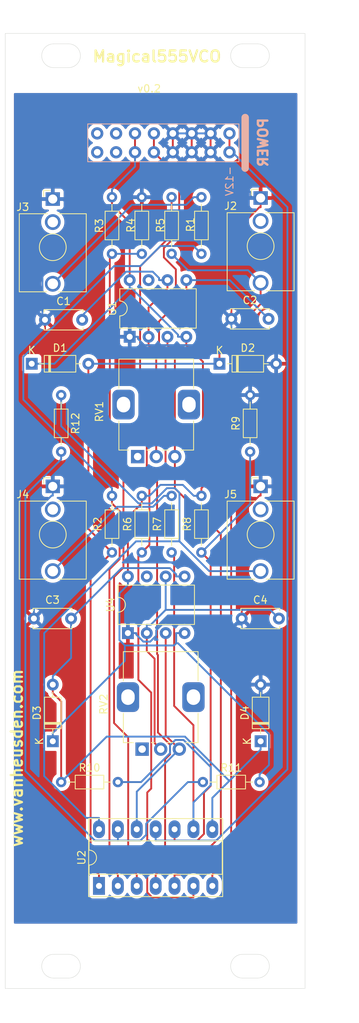
<source format=kicad_pcb>
(kicad_pcb (version 20221018) (generator pcbnew)
  (layers (0 "F.Cu" signal) (31 "B.Cu" signal) (34 "B.Paste" user) (35 "F.Paste" user) (36 "B.SilkS" user "B.Silkscreen") (37 "F.SilkS" user "F.Silkscreen") (38 "B.Mask" user) (39 "F.Mask" user) (44 "Edge.Cuts" user))
  (net 0 "")
  (net 1 "+5V")
  (net 2 "Net-(D1-A)")
  (net 3 "GND")
  (net 4 "Net-(U1-THR)")
  (net 5 "Net-(J2-PadT)")
  (net 6 "Net-(U1-Q)")
  (net 7 "-12V")
  (net 8 "+12V")
  (net 13 "Net-(J3-PadT)")
  (net 14 "Net-(U2A-+)")
  (net 16 "Net-(U2A--)")
  (net 18 "Net-(D3-A)")
  (net 19 "Net-(U4-THR)")
  (net 20 "Net-(J4-PadT)")
  (net 21 "Net-(J5-PadT)")
  (net 22 "Net-(U2C-+)")
  (net 23 "Net-(U2D--)")
  (net 24 "Net-(U2B--)")
  (net 27 "Net-(U2C--)")
  (net 28 "Net-(U2D-+)")
  (footprint "Resistor_THT:R_Axial_DIN0204_L3.6mm_D1.6mm_P7.62mm_Horizontal" (layer "F.Cu") (at 135.2959 102.4573 90)
    (fp_text reference "R6")
    (fp_text value "10k")
  )
  (footprint "Capacitor_THT:C_Disc_D5.0mm_W2.5mm_P5.00mm" (layer "F.Cu") (at 147.3355 71.0254)
    (fp_text reference "C2")
    (fp_text value "100nF")
  )
  (footprint "Potentiometer_THT:Potentiometer_Alps_RK09K_Single_Vertical" (layer "F.Cu") (at 134.7397 89.5609 90)
    (fp_text reference "RV1")
    (fp_text value "B1M")
  )
  (footprint "Resistor_THT:R_Axial_DIN0204_L3.6mm_D1.6mm_P7.62mm_Horizontal" (layer "F.Cu") (at 139.3039 62.2755 90)
    (fp_text reference "R5")
    (fp_text value "10k")
  )
  (footprint "Package_DIP:DIP-8_W7.62mm" (layer "F.Cu") (at 133.6667 73.4377 90)
    (fp_text reference "U1")
    (fp_text value "NE555P")
  )
  (footprint "Resistor_THT:R_Axial_DIN0204_L3.6mm_D1.6mm_P7.62mm_Horizontal" (layer "F.Cu") (at 143.3119 62.2755 90)
    (fp_text reference "R1")
    (fp_text value "20k")
  )
  (footprint "Resistor_THT:R_Axial_DIN0204_L3.6mm_D1.6mm_P7.62mm_Horizontal" (layer "F.Cu") (at 124.46 81.28 -90)
    (fp_text reference "R12")
    (fp_text value "10k")
  )
  (footprint "Connector_Audio:Jack_3.5mm_QingPu_WQP-PJ398SM_Vertical_CircularHoles" (layer "F.Cu") (at 151.2699 93.5673)
    (fp_text reference "J5")
    (fp_text value "OUTPUT 1")
  )
  (footprint "Capacitor_THT:C_Disc_D5.0mm_W2.5mm_P5.00mm" (layer "F.Cu") (at 148.7299 111.3473)
    (fp_text reference "C4")
    (fp_text value "10nF")
  )
  (footprint "Package_DIP:DIP-8_W7.62mm" (layer "F.Cu") (at 133.4263 113.3058 90)
    (fp_text reference "U4")
    (fp_text value "NE555P")
  )
  (footprint "Diode_THT:D_DO-35_SOD27_P7.62mm_Horizontal" (layer "F.Cu") (at 123.3299 127.8573 90)
    (fp_text reference "D3")
    (fp_text value "1N4148")
  )
  (footprint "Resistor_THT:R_Axial_DIN0204_L3.6mm_D1.6mm_P7.62mm_Horizontal" (layer "F.Cu") (at 124.46 133.35)
    (fp_text reference "R10")
    (fp_text value "10k")
  )
  (footprint "Connector_Audio:Jack_3.5mm_QingPu_WQP-PJ398SM_Vertical_CircularHoles" (layer "F.Cu") (at 123.3299 54.9073)
    (fp_text reference "J3")
    (fp_text value "INPUT 1")
  )
  (footprint "Capacitor_THT:C_Disc_D5.0mm_W2.5mm_P5.00mm" (layer "F.Cu") (at 122.2822 71.1555)
    (fp_text reference "C1")
    (fp_text value "10nF")
  )
  (footprint "Package_DIP:DIP-14_W7.62mm_Socket_LongPads" (layer "F.Cu") (at 129.54 147.32 90)
    (fp_text reference "U2")
    (fp_text value "TL074")
  )
  (footprint "Resistor_THT:R_Axial_DIN0204_L3.6mm_D1.6mm_P7.62mm_Horizontal" (layer "F.Cu") (at 131.2879 62.2755 90)
    (fp_text reference "R3")
    (fp_text value "20k")
  )
  (footprint "Diode_THT:D_DO-35_SOD27_P7.62mm_Horizontal" (layer "F.Cu") (at 120.497 77.066)
    (fp_text reference "D1")
    (fp_text value "1N4148")
  )
  (footprint "Resistor_THT:R_Axial_DIN0204_L3.6mm_D1.6mm_P7.62mm_Horizontal" (layer "F.Cu") (at 139.3039 102.4573 90)
    (fp_text reference "R7")
    (fp_text value "20k")
  )
  (footprint "Resistor_THT:R_Axial_DIN0204_L3.6mm_D1.6mm_P7.62mm_Horizontal" (layer "F.Cu") (at 143.3119 102.4573 90)
    (fp_text reference "R8")
    (fp_text value "20k")
  )
  (footprint "Resistor_THT:R_Axial_DIN0204_L3.6mm_D1.6mm_P7.62mm_Horizontal" (layer "F.Cu") (at 143.51 133.35)
    (fp_text reference "R11")
    (fp_text value "10k")
  )
  (footprint "Diode_THT:D_DO-35_SOD27_P7.62mm_Horizontal" (layer "F.Cu") (at 145.7368 77.066)
    (fp_text reference "D2")
    (fp_text value "1N4148")
  )
  (footprint "Resistor_THT:R_Axial_DIN0204_L3.6mm_D1.6mm_P7.62mm_Horizontal" (layer "F.Cu") (at 149.86 88.9 90)
    (fp_text reference "R9")
    (fp_text value "10k")
  )
  (footprint "Connector_Audio:Jack_3.5mm_QingPu_WQP-PJ398SM_Vertical_CircularHoles" (layer "F.Cu") (at 123.3299 93.5673)
    (fp_text reference "J4")
    (fp_text value "INPUT 1")
  )
  (footprint "Connector_Audio:Jack_3.5mm_QingPu_WQP-PJ398SM_Vertical_CircularHoles" (layer "F.Cu") (at 151.2699 54.7673)
    (fp_text reference "J2")
    (fp_text value "OUTPUT 1")
  )
  (footprint "Resistor_THT:R_Axial_DIN0204_L3.6mm_D1.6mm_P7.62mm_Horizontal" (layer "F.Cu") (at 135.2959 62.2755 90)
    (fp_text reference "R4")
    (fp_text value "10k")
  )
  (footprint "Potentiometer_THT:Potentiometer_Alps_RK09K_Single_Vertical" (layer "F.Cu") (at 135.34 128.92 90)
    (fp_text reference "RV2")
    (fp_text value "B1M")
  )
  (footprint "Diode_THT:D_DO-35_SOD27_P7.62mm_Horizontal" (layer "F.Cu") (at 151.2699 127.8573 90)
    (fp_text reference "D4")
    (fp_text value "1N4148")
  )
  (footprint "Capacitor_THT:C_Disc_D5.0mm_W2.5mm_P5.00mm" (layer "F.Cu") (at 120.7899 111.3473)
    (fp_text reference "C3")
    (fp_text value "100nF")
  )
  (footprint "Resistor_THT:R_Axial_DIN0204_L3.6mm_D1.6mm_P7.62mm_Horizontal" (layer "F.Cu") (at 131.2879 102.4573 90)
    (fp_text reference "R2")
    (fp_text value "10k")
  )
  (footprint "4ms_Connector:Pins_2x08_2.54mm_TH_EurorackPower" (layer "B.Cu") (at 138.1938 47.3445 -90)
    (fp_text reference "J1")
    (fp_text value "Eurorack_Power_16pin_Unshrouded")
  )
  (gr_arc (start 123.443758 159.724504) (mid 121.843758 158.124504) (end 123.443758 156.524504) (stroke (width 0.05)) (layer "Edge.Cuts"))
  (gr_line (start 150.843758 34.024504) (end 148.843758 34.024504) (stroke (width 0.05)) (layer "Edge.Cuts"))
  (gr_line (start 148.843758 37.224504) (end 150.843758 37.224504) (stroke (width 0.05)) (layer "Edge.Cuts"))
  (gr_arc (start 148.843758 159.724504) (mid 147.243758 158.124504) (end 148.843758 156.524504) (stroke (width 0.05)) (layer "Edge.Cuts"))
  (gr_line (start 157.243758 32.624504) (end 116.943758 32.624504) (stroke (width 0.05)) (layer "Edge.Cuts"))
  (gr_line (start 116.943758 32.624504) (end 116.943758 161.124504) (stroke (width 0.05)) (layer "Edge.Cuts"))
  (gr_line (start 157.243758 161.124504) (end 157.243758 32.624504) (stroke (width 0.05)) (layer "Edge.Cuts"))
  (gr_arc (start 125.443758 156.524504) (mid 127.043758 158.124504) (end 125.443758 159.724504) (stroke (width 0.05)) (layer "Edge.Cuts"))
  (gr_arc (start 148.843758 37.224504) (mid 147.243758 35.624504) (end 148.843758 34.024504) (stroke (width 0.05)) (layer "Edge.Cuts"))
  (gr_line (start 123.443758 37.224504) (end 125.443758 37.224504) (stroke (width 0.05)) (layer "Edge.Cuts"))
  (gr_line (start 123.443758 159.724504) (end 125.443758 159.724504) (stroke (width 0.05)) (layer "Edge.Cuts"))
  (gr_arc (start 150.843758 156.524504) (mid 152.443758 158.124504) (end 150.843758 159.724504) (stroke (width 0.05)) (layer "Edge.Cuts"))
  (gr_line (start 148.843758 159.724504) (end 150.843758 159.724504) (stroke (width 0.05)) (layer "Edge.Cuts"))
  (gr_arc (start 150.843758 34.024504) (mid 152.443758 35.624504) (end 150.843758 37.224504) (stroke (width 0.05)) (layer "Edge.Cuts"))
  (gr_arc (start 125.443758 34.024504) (mid 127.043758 35.624504) (end 125.443758 37.224504) (stroke (width 0.05)) (layer "Edge.Cuts"))
  (gr_line (start 125.443758 34.024504) (end 123.443758 34.024504) (stroke (width 0.05)) (layer "Edge.Cuts"))
  (gr_line (start 150.843758 156.524504) (end 148.843758 156.524504) (stroke (width 0.05)) (layer "Edge.Cuts"))
  (gr_line (start 125.443758 156.524504) (end 123.443758 156.524504) (stroke (width 0.05)) (layer "Edge.Cuts"))
  (gr_arc (start 123.443758 37.224504) (mid 121.843758 35.624504) (end 123.443758 34.024504) (stroke (width 0.05)) (layer "Edge.Cuts"))
  (gr_line (start 116.943758 161.124504) (end 157.243758 161.124504) (stroke (width 0.05)) (layer "Edge.Cuts"))
  (gr_text "Magical555VCO" (at 128.535845 36.601037) (layer "F.SilkS") (effects (font (size 1.5 1.5) (thickness 0.3) bold) (justify left bottom)))
  (gr_text "v0.2" (at 134.62 40.64) (layer "F.SilkS") (effects (font (size 1 1)) (justify left bottom)))
  (gr_text "www.vanheusden.com" (at 119.38 142.24 90) (layer "F.SilkS") (effects (font (size 1.5 1.5) (thickness 0.3) bold) (justify left bottom)))
  (segment (start 143.5129 76.7892) (end 143.5129 93.611) (width 0.25) (layer "F.Cu") (net 1))
  (segment (start 133.6667 58.0596) (end 133.6667 65.8177) (width 0.25) (layer "F.Cu") (net 1))
  (segment (start 134.3838 46.0745) (end 134.3838 48.6145) (width 0.25) (layer "F.Cu") (net 1))
  (segment (start 131.2879 54.6555) (end 131.2879 55.6808) (width 0.25) (layer "F.Cu") (net 1))
  (segment (start 133.4263 97.7322) (end 133.4263 105.6858) (width 0.25) (layer "F.Cu") (net 1))
  (segment (start 143.5129 93.611) (end 143.3119 93.812) (width 0.25) (layer "F.Cu") (net 1))
  (segment (start 141.2867 73.4377) (end 141.2867 74.563) (width 0.25) (layer "F.Cu") (net 1))
  (segment (start 141.2867 74.563) (end 143.5129 76.7892) (width 0.25) (layer "F.Cu") (net 1))
  (segment (start 131.2879 55.6808) (end 133.6667 58.0596) (width 0.25) (layer "F.Cu") (net 1))
  (segment (start 143.3119 94.8373) (end 143.3119 93.812) (width 0.25) (layer "F.Cu") (net 1))
  (segment (start 135.2959 94.8373) (end 135.2959 95.8626) (width 0.25) (layer "F.Cu") (net 1))
  (segment (start 135.2959 95.8626) (end 133.4263 97.7322) (width 0.25) (layer "F.Cu") (net 1))
  (segment (start 141.0463 113.3058) (end 139.921 113.3058) (width 0.25) (layer "B.Cu") (net 1))
  (segment (start 139.6286 114.9711) (end 139.921 114.6787) (width 0.25) (layer "B.Cu") (net 1))
  (segment (start 141.2867 73.4377) (end 140.1614 73.4377) (width 0.25) (layer "B.Cu") (net 1))
  (segment (start 131.2879 54.6555) (end 131.2879 53.6302) (width 0.25) (layer "B.Cu") (net 1))
  (segment (start 120.497 77.066) (end 123.5437 77.066) (width 0.25) (layer "B.Cu") (net 1))
  (segment (start 132.2972 107.9402) (end 132.2972 114.2564) (width 0.25) (layer "B.Cu") (net 1))
  (segment (start 133.6667 65.8177) (end 133.6667 66.943) (width 0.25) (layer "B.Cu") (net 1))
  (segment (start 123.5437 77.066) (end 133.6667 66.943) (width 0.25) (layer "B.Cu") (net 1))
  (segment (start 132.2972 114.2564) (end 133.0119 114.9711) (width 0.25) (layer "B.Cu") (net 1))
  (segment (start 133.948 66.943) (end 140.1614 73.1564) (width 0.25) (layer "B.Cu") (net 1))
  (segment (start 134.3838 50.5343) (end 131.2879 53.6302) (width 0.25) (layer "B.Cu") (net 1))
  (segment (start 142.2866 94.8373) (end 140.811 93.3617) (width 0.25) (layer "B.Cu") (net 1))
  (segment (start 134.3838 48.6145) (end 134.3838 50.5343) (width 0.25) (layer "B.Cu") (net 1))
  (segment (start 140.811 93.3617) (end 137.7968 93.3617) (width 0.25) (layer "B.Cu") (net 1))
  (segment (start 139.921 114.6787) (end 140.1764 114.6787) (width 0.25) (layer "B.Cu") (net 1))
  (segment (start 133.4263 105.6858) (end 133.4263 106.8111) (width 0.25) (layer "B.Cu") (net 1))
  (segment (start 133.0119 114.9711) (end 139.6286 114.9711) (width 0.25) (layer "B.Cu") (net 1))
  (segment (start 143.3119 94.8373) (end 142.2866 94.8373) (width 0.25) (layer "B.Cu") (net 1))
  (segment (start 140.1764 114.6787) (end 152.3953 126.8976) (width 0.25) (layer "B.Cu") (net 1))
  (segment (start 135.2959 94.8373) (end 136.3212 94.8373) (width 0.25) (layer "B.Cu") (net 1))
  (segment (start 137.7968 93.3617) (end 136.3212 94.8373) (width 0.25) (layer "B.Cu") (net 1))
  (segment (start 151.13 133.35) (end 151.13 132.3247) (width 0.25) (layer "B.Cu") (net 1))
  (segment (start 152.3953 131.0594) (end 151.13 132.3247) (width 0.25) (layer "B.Cu") (net 1))
  (segment (start 123.3299 127.8573) (end 123.3299 126.732) (width 0.25) (layer "B.Cu") (net 1))
  (segment (start 133.4263 106.8111) (end 132.2972 107.9402) (width 0.25) (layer "B.Cu") (net 1))
  (segment (start 139.921 113.3058) (end 139.921 114.6787) (width 0.25) (layer "B.Cu") (net 1))
  (segment (start 140.1614 73.1564) (end 140.1614 73.4377) (width 0.25) (layer "B.Cu") (net 1))
  (segment (start 133.0119 117.05) (end 133.0119 114.9711) (width 0.25) (layer "B.Cu") (net 1))
  (segment (start 123.3299 126.732) (end 133.0119 117.05) (width 0.25) (layer "B.Cu") (net 1))
  (segment (start 133.6667 66.943) (end 133.948 66.943) (width 0.25) (layer "B.Cu") (net 1))
  (segment (start 152.3953 126.8976) (end 152.3953 131.0594) (width 0.25) (layer "B.Cu") (net 1))
  (segment (start 128.117 99.2864) (end 131.2879 102.4573) (width 0.25) (layer "F.Cu") (net 2))
  (segment (start 145.7368 77.066) (end 145.7368 71.3931) (width 0.25) (layer "F.Cu") (net 2))
  (segment (start 141.2867 65.8177) (end 141.2867 66.943) (width 0.25) (layer "F.Cu") (net 2))
  (segment (start 129.54 145.7947) (end 128.4146 144.6693) (width 0.25) (layer "F.Cu") (net 2))
  (segment (start 128.4146 105.3306) (end 131.2879 102.4573) (width 0.25) (layer "F.Cu") (net 2))
  (segment (start 128.4146 144.6693) (end 128.4146 105.3306) (width 0.25) (layer "F.Cu") (net 2))
  (segment (start 129.54 147.32) (end 129.54 145.7947) (width 0.25) (layer "F.Cu") (net 2))
  (segment (start 128.117 77.066) (end 128.117 99.2864) (width 0.25) (layer "F.Cu") (net 2))
  (segment (start 145.7368 71.3931) (end 141.2867 66.943) (width 0.25) (layer "F.Cu") (net 2))
  (segment (start 147.1278 65.8177) (end 152.3355 71.0254) (width 0.25) (layer "B.Cu") (net 2))
  (segment (start 141.2867 65.8177) (end 147.1278 65.8177) (width 0.25) (layer "B.Cu") (net 2))
  (segment (start 128.117 77.066) (end 145.7368 77.066) (width 0.25) (layer "B.Cu") (net 2))
  (segment (start 151.1149 56.0076) (end 147.3355 59.787) (width 0.25) (layer "F.Cu") (net 3))
  (segment (start 151.2699 56.0076) (end 151.1149 56.0076) (width 0.25) (layer "F.Cu") (net 3))
  (segment (start 139.4638 46.0745) (end 139.4638 48.6145) (width 0.25) (layer "F.Cu") (net 3))
  (segment (start 123.3299 93.5673) (end 123.3299 92.327) (width 0.25) (layer "F.Cu") (net 3))
  (segment (start 144.5438 46.0745) (end 144.5438 48.6145) (width 0.25) (layer "F.Cu") (net 3))
  (segment (start 122.2822 91.2793) (end 123.3299 92.327) (width 0.25) (layer "F.Cu") (net 3))
  (segment (start 149.86 81.28) (end 149.86 82.3053) (width 0.25) (layer "F.Cu") (net 3))
  (segment (start 148.7299 111.3473) (end 148.7299 97.1926) (width 0.25) (layer "F.Cu") (net 3))
  (segment (start 147.3355 59.787) (end 147.3355 71.0254) (width 0.25) (layer "F.Cu") (net 3))
  (segment (start 122.2822 71.1555) (end 122.2822 91.2793) (width 0.25) (layer "F.Cu") (net 3))
  (segment (start 142.0038 46.0745) (end 142.0038 48.6145) (width 0.25) (layer "F.Cu") (net 3))
  (segment (start 151.2699 93.5673) (end 151.2699 83.7152) (width 0.25) (layer "F.Cu") (net 3))
  (segment (start 151.2699 93.5673) (end 151.2699 94.8076) (width 0.25) (layer "F.Cu") (net 3))
  (segment (start 148.7299 97.1926) (end 151.1149 94.8076) (width 0.25) (layer "F.Cu") (net 3))
  (segment (start 151.2699 83.7152) (end 149.86 82.3053) (width 0.25) (layer "F.Cu") (net 3))
  (segment (start 151.2699 54.7673) (end 151.2699 56.0076) (width 0.25) (layer "F.Cu") (net 3))
  (segment (start 151.1149 94.8076) (end 151.2699 94.8076) (width 0.25) (layer "F.Cu") (net 3))
  (segment (start 147.3355 73.5207) (end 150.8808 77.066) (width 0.25) (layer "B.Cu") (net 3))
  (segment (start 150.8808 77.066) (end 150.8808 79.2339) (width 0.25) (layer "B.Cu") (net 3))
  (segment (start 135.6359 74.563) (end 134.792 73.7191) (width 0.25) (layer "B.Cu") (net 3))
  (segment (start 142.0038 46.0745) (end 144.5438 46.0745) (width 0.25) (layer "B.Cu") (net 3))
  (segment (start 138.0376 112.1366) (end 148.7299 112.1366) (width 0.25) (layer "B.Cu") (net 3))
  (segment (start 121.9383 63.4584) (end 125.4216 59.9751) (width 0.25) (layer "B.Cu") (net 3))
  (segment (start 149.86 81.28) (end 149.86 80.2547) (width 0.25) (layer "B.Cu") (net 3))
  (segment (start 151.2699 119.112) (end 148.7299 116.572) (width 0.25) (layer "B.Cu") (net 3))
  (segment (start 120.7899 111.3473) (end 120.7899 97.1926) (width 0.25) (layer "B.Cu") (net 3))
  (segment (start 125.4216 59.9751) (end 125.4216 55.7087) (width 0.25) (layer "B.Cu") (net 3))
  (segment (start 125.4216 55.7087) (end 124.6202 54.9073) (width 0.25) (layer "B.Cu") (net 3))
  (segment (start 134.5516 113.5005) (end 135.5047 114.4536) (width 0.25) (layer "B.Cu") (net 3))
  (segment (start 122.2822 71.1555) (end 121.9383 70.8116) (width 0.25) (layer "B.Cu") (net 3))
  (segment (start 150.8808 79.2339) (end 149.86 80.2547) (width 0.25) (layer "B.Cu") (net 3))
  (segment (start 151.2699 54.7673) (end 149.9796 54.7673) (width 0.25) (layer "B.Cu") (net 3))
  (segment (start 132.7135 55.7087) (end 125.4216 55.7087) (width 0.25) (layer "B.Cu") (net 3))
  (segment (start 139.4638 48.6145) (end 135.2959 52.7824) (width 0.25) (layer "B.Cu") (net 3))
  (segment (start 147.3355 73.5207) (end 146.2932 74.563) (width 0.25) (layer "B.Cu") (net 3))
  (segment (start 147.3355 71.0254) (end 147.3355 73.5207) (width 0.25) (layer "B.Cu") (net 3))
  (segment (start 139.4638 46.0745) (end 142.0038 46.0745) (width 0.25) (layer "B.Cu") (net 3))
  (segment (start 133.4263 113.3058) (end 134.5516 113.3058) (width 0.25) (layer "B.Cu") (net 3))
  (segment (start 120.7899 97.1926) (end 123.1749 94.8076) (width 0.25) (layer "B.Cu") (net 3))
  (segment (start 137.2363 113.6503) (end 137.2363 112.9379) (width 0.25) (layer "B.Cu") (net 3))
  (segment (start 133.7667 54.6555) (end 132.7135 55.7087) (width 0.25) (layer "B.Cu") (net 3))
  (segment (start 148.7299 116.572) (end 148.7299 112.1366) (width 0.25) (layer "B.Cu") (net 3))
  (segment (start 144.5438 48.6145) (end 149.9796 54.0503) (width 0.25) (layer "B.Cu") (net 3))
  (segment (start 149.9796 54.0503) (end 149.9796 54.7673) (width 0.25) (layer "B.Cu") (net 3))
  (segment (start 135.5047 114.4536) (end 136.433 114.4536) (width 0.25) (layer "B.Cu") (net 3))
  (segment (start 135.2959 52.7824) (end 135.2959 54.6555) (width 0.25) (layer "B.Cu") (net 3))
  (segment (start 123.3299 54.9073) (end 124.6202 54.9073) (width 0.25) (layer "B.Cu") (net 3))
  (segment (start 121.9383 70.8116) (end 121.9383 63.4584) (width 0.25) (layer "B.Cu") (net 3))
  (segment (start 137.2363 112.9379) (end 138.0376 112.1366) (width 0.25) (layer "B.Cu") (net 3))
  (segment (start 146.2932 74.563) (end 135.6359 74.563) (width 0.25) (layer "B.Cu") (net 3))
  (segment (start 152.2315 77.066) (end 150.8808 77.066) (width 0.25) (layer "B.Cu") (net 3))
  (segment (start 134.792 73.7191) (end 134.792 73.4377) (width 0.25) (layer "B.Cu") (net 3))
  (segment (start 133.6667 73.4377) (end 134.792 73.4377) (width 0.25) (layer "B.Cu") (net 3))
  (segment (start 151.2699 120.2373) (end 151.2699 119.112) (width 0.25) (layer "B.Cu") (net 3))
  (segment (start 148.7299 112.1366) (end 148.7299 111.3473) (width 0.25) (layer "B.Cu") (net 3))
  (segment (start 123.1749 94.8076) (end 123.3299 94.8076) (width 0.25) (layer "B.Cu") (net 3))
  (segment (start 123.3299 93.5673) (end 123.3299 94.8076) (width 0.25) (layer "B.Cu") (net 3))
  (segment (start 135.2959 54.6555) (end 133.7667 54.6555) (width 0.25) (layer "B.Cu") (net 3))
  (segment (start 136.433 114.4536) (end 137.2363 113.6503) (width 0.25) (layer "B.Cu") (net 3))
  (segment (start 153.3568 77.066) (end 152.2315 77.066) (width 0.25) (layer "B.Cu") (net 3))
  (segment (start 134.5516 113.3058) (end 134.5516 113.5005) (width 0.25) (layer "B.Cu") (net 3))
  (segment (start 136.2067 73.4377) (end 136.2067 74.563) (width 0.25) (layer "F.Cu") (net 4))
  (segment (start 136.2067 73.4377) (end 136.2067 69.483) (width 0.25) (layer "F.Cu") (net 4))
  (segment (start 136.2067 74.563) (end 137.2397 75.596) (width 0.25) (layer "F.Cu") (net 4))
  (segment (start 136.2067 69.483) (end 138.7467 66.943) (width 0.25) (layer "F.Cu") (net 4))
  (segment (start 137.2397 75.596) (end 137.2397 89.5609) (width 0.25) (layer "F.Cu") (net 4))
  (segment (start 138.7467 65.8177) (end 138.7467 66.943) (width 0.25) (layer "F.Cu") (net 4))
  (segment (start 137.6214 65.8177) (end 137.6214 65.5364) (width 0.25) (layer "B.Cu") (net 4))
  (segment (start 136.7594 64.6744) (end 133.1933 64.6744) (width 0.25) (layer "B.Cu") (net 4))
  (segment (start 127.2822 70.5855) (end 127.2822 71.1555) (width 0.25) (layer "B.Cu") (net 4))
  (segment (start 133.1933 64.6744) (end 127.2822 70.5855) (width 0.25) (layer "B.Cu") (net 4))
  (segment (start 137.6214 65.5364) (end 136.7594 64.6744) (width 0.25) (layer "B.Cu") (net 4))
  (segment (start 138.7467 65.8177) (end 137.6214 65.8177) (width 0.25) (layer "B.Cu") (net 4))
  (segment (start 144.78 145.7947) (end 147.3124 143.2623) (width 0.25) (layer "F.Cu") (net 5))
  (segment (start 147.3124 72.9823) (end 151.2699 69.0248) (width 0.25) (layer "F.Cu") (net 5))
  (segment (start 144.78 147.32) (end 144.78 145.7947) (width 0.25) (layer "F.Cu") (net 5))
  (segment (start 151.2699 69.0248) (end 151.2699 66.1673) (width 0.25) (layer "F.Cu") (net 5))
  (segment (start 147.3124 143.2623) (end 147.3124 72.9823) (width 0.25) (layer "F.Cu") (net 5))
  (segment (start 149.596 64.4934) (end 141.5218 64.4934) (width 0.25) (layer "B.Cu") (net 5))
  (segment (start 151.2699 66.1673) (end 149.596 64.4934) (width 0.25) (layer "B.Cu") (net 5))
  (segment (start 141.5218 64.4934) (end 139.3039 62.2755) (width 0.25) (layer "B.Cu") (net 5))
  (segment (start 139.7397 89.5609) (end 139.7397 75.556) (width 0.25) (layer "F.Cu") (net 6))
  (segment (start 145.9193 140.624) (end 145.9193 100.0026) (width 0.25) (layer "F.Cu") (net 6))
  (segment (start 139.7397 75.556) (end 138.7467 74.563) (width 0.25) (layer "F.Cu") (net 6))
  (segment (start 139.7 147.32) (end 139.7 145.7947) (width 0.25) (layer "F.Cu") (net 6))
  (segment (start 139.7398 89.5609) (end 139.7397 89.5609) (width 0.25) (layer "F.Cu") (net 6))
  (segment (start 138.7467 73.4377) (end 138.7467 74.563) (width 0.25) (layer "F.Cu") (net 6))
  (segment (start 139.7 145.7947) (end 140.7486 145.7947) (width 0.25) (layer "F.Cu") (net 6))
  (segment (start 139.7398 93.8231) (end 139.7398 89.5609) (width 0.25) (layer "F.Cu") (net 6))
  (segment (start 145.9193 100.0026) (end 139.7398 93.8231) (width 0.25) (layer "F.Cu") (net 6))
  (segment (start 140.7486 145.7947) (end 145.9193 140.624) (width 0.25) (layer "F.Cu") (net 6))
  (segment (start 147.0838 46.0745) (end 147.0838 48.6145) (width 0.25) (layer "F.Cu") (net 7))
  (segment (start 145.2882 141.2253) (end 137.16 141.2253) (width 0.25) (layer "B.Cu") (net 7))
  (segment (start 154.8733 131.6402) (end 145.2882 141.2253) (width 0.25) (layer "B.Cu") (net 7))
  (segment (start 147.0838 48.6145) (end 147.4864 48.6145) (width 0.25) (layer "B.Cu") (net 7))
  (segment (start 137.16 139.7) (end 137.16 141.2253) (width 0.25) (layer "B.Cu") (net 7))
  (segment (start 154.8733 56.0014) (end 154.8733 131.6402) (width 0.25) (layer "B.Cu") (net 7))
  (segment (start 147.4864 48.6145) (end 154.8733 56.0014) (width 0.25) (layer "B.Cu") (net 7))
  (segment (start 138.2657 61.4978) (end 138.2657 62.7607) (width 0.25) (layer "F.Cu") (net 8))
  (segment (start 136.9238 46.0745) (end 136.9238 48.6145) (width 0.25) (layer "F.Cu") (net 8))
  (segment (start 140.3293 59.4342) (end 138.2657 61.4978) (width 0.25) (layer "F.Cu") (net 8))
  (segment (start 138.4897 90.5751) (end 137.3539 91.7109) (width 0.25) (layer "F.Cu") (net 8))
  (segment (start 137.3539 116.1372) (end 137.4666 116.2499) (width 0.25) (layer "F.Cu") (net 8))
  (segment (start 139.8725 64.3675) (end 139.8725 69.104) (width 0.25) (layer "F.Cu") (net 8))
  (segment (start 136.9238 48.6145) (end 140.3293 52.02) (width 0.25) (layer "F.Cu") (net 8))
  (segment (start 137.16 147.32) (end 137.16 145.7947) (width 0.25) (layer "F.Cu") (net 8))
  (segment (start 138.43 130.29) (end 138.43 144.5247) (width 0.25) (layer "F.Cu") (net 8))
  (segment (start 139.8725 69.104) (end 137.6168 71.3597) (width 0.25) (layer "F.Cu") (net 8))
  (segment (start 137.3539 91.7109) (end 137.3539 116.1372) (width 0.25) (layer "F.Cu") (net 8))
  (segment (start 138.43 144.5247) (end 137.16 145.7947) (width 0.25) (layer "F.Cu") (net 8))
  (segment (start 139.09 128.3069) (end 139.09 129.63) (width 0.25) (layer "F.Cu") (net 8))
  (segment (start 137.4666 126.6835) (end 139.09 128.3069) (width 0.25) (layer "F.Cu") (net 8))
  (segment (start 139.09 129.63) (end 138.43 130.29) (width 0.25) (layer "F.Cu") (net 8))
  (segment (start 138.4897 75.2654) (end 138.4897 90.5751) (width 0.25) (layer "F.Cu") (net 8))
  (segment (start 137.6168 74.3925) (end 138.4897 75.2654) (width 0.25) (layer "F.Cu") (net 8))
  (segment (start 138.2657 62.7607) (end 139.8725 64.3675) (width 0.25) (layer "F.Cu") (net 8))
  (segment (start 137.6168 71.3597) (end 137.6168 74.3925) (width 0.25) (layer "F.Cu") (net 8))
  (segment (start 137.4666 116.2499) (end 137.4666 126.6835) (width 0.25) (layer "F.Cu") (net 8))
  (segment (start 140.3293 52.02) (end 140.3293 59.4342) (width 0.25) (layer "F.Cu") (net 8))
  (segment (start 143.3119 54.6555) (end 142.2866 54.6555) (width 0.25) (layer "B.Cu") (net 13))
  (segment (start 141.2613 55.6808) (end 142.2866 54.6555) (width 0.25) (layer "B.Cu") (net 13))
  (segment (start 133.9564 55.6808) (end 141.2613 55.6808) (width 0.25) (layer "B.Cu") (net 13))
  (segment (start 123.3299 66.3073) (end 133.9564 55.6808) (width 0.25) (layer "B.Cu") (net 13))
  (segment (start 133.4715 127.3178) (end 131.5668 125.4131) (width 0.25) (layer "F.Cu") (net 14))
  (segment (start 134.62 145.7947) (end 133.4715 144.6462) (width 0.25) (layer "F.Cu") (net 14))
  (segment (start 130.9948 88.1375) (end 130.9948 62.5686) (width 0.25) (layer "F.Cu") (net 14))
  (segment (start 133.4715 144.6462) (end 133.4715 127.3178) (width 0.25) (layer "F.Cu") (net 14))
  (segment (start 131.5668 105.7572) (end 132.8308 104.4932) (width 0.25) (layer "F.Cu") (net 14))
  (segment (start 132.8308 104.4932) (end 132.8308 89.9735) (width 0.25) (layer "F.Cu") (net 14))
  (segment (start 130.9948 62.5686) (end 131.2879 62.2755) (width 0.25) (layer "F.Cu") (net 14))
  (segment (start 132.8308 89.9735) (end 130.9948 88.1375) (width 0.25) (layer "F.Cu") (net 14))
  (segment (start 131.5668 125.4131) (end 131.5668 105.7572) (width 0.25) (layer "F.Cu") (net 14))
  (segment (start 134.62 147.32) (end 134.62 145.7947) (width 0.25) (layer "F.Cu") (net 14))
  (segment (start 135.2959 62.2755) (end 131.2879 62.2755) (width 0.25) (layer "B.Cu") (net 14))
  (segment (start 132.08 145.7947) (end 130.947 144.6617) (width 0.25) (layer "F.Cu") (net 16))
  (segment (start 130.947 144.6617) (end 130.947 104.7244) (width 0.25) (layer "F.Cu") (net 16))
  (segment (start 132.3132 103.3582) (end 132.3132 96.8879) (width 0.25) (layer "F.Cu") (net 16))
  (segment (start 131.2879 94.8373) (end 131.2879 95.8626) (width 0.25) (layer "F.Cu") (net 16))
  (segment (start 132.3132 96.8879) (end 131.2879 95.8626) (width 0.25) (layer "F.Cu") (net 16))
  (segment (start 130.947 104.7244) (end 132.3132 103.3582) (width 0.25) (layer "F.Cu") (net 16))
  (segment (start 132.08 147.32) (end 132.08 145.7947) (width 0.25) (layer "F.Cu") (net 16))
  (segment (start 119.3716 81.8957) (end 119.3716 76.1228) (width 0.25) (layer "B.Cu") (net 16))
  (segment (start 135.103 63.9262) (end 137.8036 61.2256) (width 0.25) (layer "B.Cu") (net 16))
  (segment (start 131.5682 63.9262) (end 135.103 63.9262) (width 0.25) (layer "B.Cu") (net 16))
  (segment (start 131.2879 94.8373) (end 131.2879 93.812) (width 0.25) (layer "B.Cu") (net 16))
  (segment (start 137.8036 61.2256) (end 142.262 61.2256) (width 0.25) (layer "B.Cu") (net 16))
  (segment (start 131.2879 93.812) (end 119.3716 81.8957) (width 0.25) (layer "B.Cu") (net 16))
  (segment (start 119.3716 76.1228) (end 131.5682 63.9262) (width 0.25) (layer "B.Cu") (net 16))
  (segment (start 142.262 61.2256) (end 143.3119 62.2755) (width 0.25) (layer "B.Cu") (net 16))
  (segment (start 123.3299 120.2373) (end 123.3299 121.3626) (width 0.25) (layer "F.Cu") (net 18))
  (segment (start 124.46 122.4927) (end 124.46 133.35) (width 0.25) (layer "F.Cu") (net 18))
  (segment (start 123.3299 121.3626) (end 124.46 122.4927) (width 0.25) (layer "F.Cu") (net 18))
  (segment (start 132.5767 104.5605) (end 139.0771 104.5605) (width 0.25) (layer "B.Cu") (net 18))
  (segment (start 139.921 105.4044) (end 139.921 105.6858) (width 0.25) (layer "B.Cu") (net 18))
  (segment (start 151.2699 127.8573) (end 151.2699 128.9826) (width 0.25) (layer "B.Cu") (net 18))
  (segment (start 144.78 135.4725) (end 147.0584 133.1941) (width 0.25) (layer "B.Cu") (net 18))
  (segment (start 125.7899 116.652) (end 125.7899 111.3473) (width 0.25) (layer "B.Cu") (net 18))
  (segment (start 141.0983 127.234) (end 130.576 127.234) (width 0.25) (layer "B.Cu") (net 18))
  (segment (start 125.7899 111.3473) (end 132.5767 104.5605) (width 0.25) (layer "B.Cu") (net 18))
  (segment (start 141.0463 105.6858) (end 139.921 105.6858) (width 0.25) (layer "B.Cu") (net 18))
  (segment (start 147.0584 133.1941) (end 141.0983 127.234) (width 0.25) (layer "B.Cu") (net 18))
  (segment (start 123.3299 120.2373) (end 123.3299 119.112) (width 0.25) (layer "B.Cu") (net 18))
  (segment (start 144.78 139.7) (end 144.78 135.4725) (width 0.25) (layer "B.Cu") (net 18))
  (segment (start 139.0771 104.5605) (end 139.921 105.4044) (width 0.25) (layer "B.Cu") (net 18))
  (segment (start 130.576 127.234) (end 124.46 133.35) (width 0.25) (layer "B.Cu") (net 18))
  (segment (start 147.0584 133.1941) (end 151.2699 128.9826) (width 0.25) (layer "B.Cu") (net 18))
  (segment (start 123.3299 119.112) (end 125.7899 116.652) (width 0.25) (layer "B.Cu") (net 18))
  (segment (start 137.0162 116.7546) (end 137.0162 128.0962) (width 0.25) (layer "F.Cu") (net 19))
  (segment (start 135.9663 114.4311) (end 135.9663 115.7047) (width 0.25) (layer "F.Cu") (net 19))
  (segment (start 135.9663 113.3058) (end 135.9663 114.4311) (width 0.25) (layer "F.Cu") (net 19))
  (segment (start 137.0162 128.0962) (end 137.84 128.92) (width 0.25) (layer "F.Cu") (net 19))
  (segment (start 135.9663 115.7047) (end 137.0162 116.7546) (width 0.25) (layer "F.Cu") (net 19))
  (segment (start 152.5647 110.1821) (end 153.7299 111.3473) (width 0.25) (layer "B.Cu") (net 19))
  (segment (start 138.5063 106.8111) (end 138.5063 110.1821) (width 0.25) (layer "B.Cu") (net 19))
  (segment (start 135.9663 112.1805) (end 136.5079 112.1805) (width 0.25) (layer "B.Cu") (net 19))
  (segment (start 138.5063 110.1821) (end 152.5647 110.1821) (width 0.25) (layer "B.Cu") (net 19))
  (segment (start 138.5063 105.6858) (end 138.5063 106.8111) (width 0.25) (layer "B.Cu") (net 19))
  (segment (start 135.9663 113.3058) (end 135.9663 112.1805) (width 0.25) (layer "B.Cu") (net 19))
  (segment (start 136.5079 112.1805) (end 138.5063 110.1821) (width 0.25) (layer "B.Cu") (net 19))
  (segment (start 123.3299 104.9673) (end 131.9843 96.3129) (width 0.25) (layer "B.Cu") (net 20))
  (segment (start 131.9843 96.3129) (end 136.803 96.3129) (width 0.25) (layer "B.Cu") (net 20))
  (segment (start 136.803 96.3129) (end 138.2786 94.8373) (width 0.25) (layer "B.Cu") (net 20))
  (segment (start 139.3039 94.8373) (end 138.2786 94.8373) (width 0.25) (layer "B.Cu") (net 20))
  (segment (start 122.173 132.5367) (end 122.173 113.3127) (width 0.25) (layer "B.Cu") (net 21))
  (segment (start 129.54 138.1747) (end 127.811 138.1747) (width 0.25) (layer "B.Cu") (net 21))
  (segment (start 124.46 85.4601) (end 134.8625 95.8626) (width 0.25) (layer "B.Cu") (net 21))
  (segment (start 144.3642 104.9673) (end 151.2699 104.9673) (width 0.25) (layer "B.Cu") (net 21))
  (segment (start 127.811 138.1747) (end 122.173 132.5367) (width 0.25) (layer "B.Cu") (net 21))
  (segment (start 124.46 81.28) (end 124.46 85.4601) (width 0.25) (layer "B.Cu") (net 21))
  (segment (start 138.667 93.812) (end 139.7532 93.812) (width 0.25) (layer "B.Cu") (net 21))
  (segment (start 140.3602 100.9633) (end 144.3642 104.9673) (width 0.25) (layer "B.Cu") (net 21))
  (segment (start 140.3602 94.419) (end 140.3602 100.9633) (width 0.25) (layer "B.Cu") (net 21))
  (segment (start 139.7532 93.812) (end 140.3602 94.419) (width 0.25) (layer "B.Cu") (net 21))
  (segment (start 134.5224 100.9633) (end 140.3602 100.9633) (width 0.25) (layer "B.Cu") (net 21))
  (segment (start 122.173 113.3127) (end 134.5224 100.9633) (width 0.25) (layer "B.Cu") (net 21))
  (segment (start 136.6164 95.8626) (end 138.667 93.812) (width 0.25) (layer "B.Cu") (net 21))
  (segment (start 129.54 139.7) (end 129.54 138.1747) (width 0.25) (layer "B.Cu") (net 21))
  (segment (start 134.8625 95.8626) (end 136.6164 95.8626) (width 0.25) (layer "B.Cu") (net 21))
  (segment (start 139.7 139.7) (end 139.7 141.2253) (width 0.25) (layer "F.Cu") (net 22))
  (segment (start 144.5519 133.8675) (end 144.5519 103.6973) (width 0.25) (layer "F.Cu") (net 22))
  (segment (start 139.7 141.2253) (end 142.7572 141.2253) (width 0.25) (layer "F.Cu") (net 22))
  (segment (start 142.7572 141.2253) (end 143.6546 140.3279) (width 0.25) (layer "F.Cu") (net 22))
  (segment (start 143.6546 134.7648) (end 144.5519 133.8675) (width 0.25) (layer "F.Cu") (net 22))
  (segment (start 144.5519 103.6973) (end 143.3119 102.4573) (width 0.25) (layer "F.Cu") (net 22))
  (segment (start 143.6546 140.3279) (end 143.6546 134.7648) (width 0.25) (layer "F.Cu") (net 22))
  (segment (start 143.3119 102.4573) (end 149.86 95.9092) (width 0.25) (layer "B.Cu") (net 22))
  (segment (start 149.86 95.9092) (end 149.86 88.9) (width 0.25) (layer "B.Cu") (net 22))
  (segment (start 132.08 141.1127) (end 132.08 141.2253) (width 0.25) (layer "B.Cu") (net 23))
  (segment (start 132.08 141.2253) (end 128.9979 141.2253) (width 0.25) (layer "B.Cu") (net 23))
  (segment (start 135.105 141.2253) (end 135.89 140.4403) (width 0.25) (layer "B.Cu") (net 23))
  (segment (start 132.08 139.7) (end 132.08 141.1127) (width 0.25) (layer "B.Cu") (net 23))
  (segment (start 135.89 140.4403) (end 135.89 138.9534) (width 0.25) (layer "B.Cu") (net 23))
  (segment (start 124.46 88.9) (end 124.46 89.9253) (width 0.25) (layer "B.Cu") (net 23))
  (segment (start 119.6467 94.7386) (end 124.46 89.9253) (width 0.25) (layer "B.Cu") (net 23))
  (segment (start 128.9979 141.2253) (end 119.6467 131.8741) (width 0.25) (layer "B.Cu") (net 23))
  (segment (start 135.89 138.9534) (end 141.4934 133.35) (width 0.25) (layer "B.Cu") (net 23))
  (segment (start 132.08 141.2253) (end 135.105 141.2253) (width 0.25) (layer "B.Cu") (net 23))
  (segment (start 141.4934 133.35) (end 143.51 133.35) (width 0.25) (layer "B.Cu") (net 23))
  (segment (start 119.6467 131.8741) (end 119.6467 94.7386) (width 0.25) (layer "B.Cu") (net 23))
  (segment (start 135.9651 92.2631) (end 136.3213 92.6193) (width 0.25) (layer "F.Cu") (net 24))
  (segment (start 136.0313 148.1999) (end 136.0313 134.75) (width 0.25) (layer "F.Cu") (net 24))
  (segment (start 139.3039 54.6555) (end 139.3039 59.7459) (width 0.25) (layer "F.Cu") (net 24))
  (segment (start 135.9651 81.0481) (end 135.9651 92.2631) (width 0.25) (layer "F.Cu") (net 24))
  (segment (start 136.5654 121.3162) (end 134.8368 119.5876) (width 0.25) (layer "F.Cu") (net 24))
  (segment (start 134.8368 119.5876) (end 134.8368 102.9164) (width 0.25) (layer "F.Cu") (net 24))
  (segment (start 142.24 147.32) (end 142.24 148.8453) (width 0.25) (layer "F.Cu") (net 24))
  (segment (start 134.8368 102.9164) (end 135.2959 102.4573) (width 0.25) (layer "F.Cu") (net 24))
  (segment (start 136.0313 134.75) (end 136.5654 134.2159) (width 0.25) (layer "F.Cu") (net 24))
  (segment (start 135.0716 63.9782) (end 135.0716 80.1546) (width 0.25) (layer "F.Cu") (net 24))
  (segment (start 139.3039 59.7459) (end 135.0716 63.9782) (width 0.25) (layer "F.Cu") (net 24))
  (segment (start 135.0716 80.1546) (end 135.9651 81.0481) (width 0.25) (layer "F.Cu") (net 24))
  (segment (start 136.5654 134.2159) (end 136.5654 121.3162) (width 0.25) (layer "F.Cu") (net 24))
  (segment (start 136.3213 92.6193) (end 136.3213 101.4319) (width 0.25) (layer "F.Cu") (net 24))
  (segment (start 136.6767 148.8453) (end 136.0313 148.1999) (width 0.25) (layer "F.Cu") (net 24))
  (segment (start 142.24 148.8453) (end 136.6767 148.8453) (width 0.25) (layer "F.Cu") (net 24))
  (segment (start 136.3213 101.4319) (end 135.2959 102.4573) (width 0.25) (layer "F.Cu") (net 24))
  (segment (start 139.6482 123.106) (end 142.24 125.6978) (width 0.25) (layer "F.Cu") (net 27))
  (segment (start 139.3039 102.4573) (end 139.6482 102.8016) (width 0.25) (layer "F.Cu") (net 27))
  (segment (start 142.24 125.6978) (end 142.24 138.1747) (width 0.25) (layer "F.Cu") (net 27))
  (segment (start 139.6482 102.8016) (end 139.6482 123.106) (width 0.25) (layer "F.Cu") (net 27))
  (segment (start 142.24 139.7) (end 142.24 138.1747) (width 0.25) (layer "F.Cu") (net 27))
  (segment (start 139.09 129.4618) (end 135.2018 133.35) (width 0.25) (layer "B.Cu") (net 27))
  (segment (start 139.7983 127.6844) (end 139.09 128.3927) (width 0.25) (layer "B.Cu") (net 27))
  (segment (start 144.5775 131.3501) (end 140.9118 127.6844) (width 0.25) (layer "B.Cu") (net 27))
  (segment (start 144.5775 133.7497) (end 144.5775 131.3501) (width 0.25) (layer "B.Cu") (net 27))
  (segment (start 142.24 139.7) (end 142.24 136.0872) (width 0.25) (layer "B.Cu") (net 27))
  (segment (start 140.9118 127.6844) (end 139.7983 127.6844) (width 0.25) (layer "B.Cu") (net 27))
  (segment (start 135.2018 133.35) (end 132.08 133.35) (width 0.25) (layer "B.Cu") (net 27))
  (segment (start 139.09 128.3927) (end 139.09 129.4618) (width 0.25) (layer "B.Cu") (net 27))
  (segment (start 142.24 136.0872) (end 144.5775 133.7497) (width 0.25) (layer "B.Cu") (net 27))
  (segment (start 138.5063 113.3058) (end 138.5063 114.4311) (width 0.25) (layer "F.Cu") (net 28))
  (segment (start 140.34 128.92) (end 138.5063 127.0863) (width 0.25) (layer "F.Cu") (net 28))
  (segment (start 138.5063 127.0863) (end 138.5063 114.4311) (width 0.25) (layer "F.Cu") (net 28))
  (segment (start 134.62 139.7) (end 134.62 138.1747) (width 0.25) (layer "B.Cu") (net 28))
  (segment (start 134.62 138.1747) (end 134.62 134.64) (width 0.25) (layer "B.Cu") (net 28))
  (segment (start 134.62 134.64) (end 140.34 128.92) (width 0.25) (layer "B.Cu") (net 28))
  (zone (net 3) (net_name "GND") (layer "F.Cu") (connect_pads (clearance 0.5)) (min_thickness 0.25) (fill yes (thermal_gap 0.5) (thermal_bridge_width 0.5))
    (polygon (pts (xy 118.11 40.64) (xy 156.21 40.64) (xy 156.21 152.4) (xy 118.11 152.4)))
  )
  (zone (net 3) (net_name "GND") (layer "B.Cu") (priority 1) (connect_pads (clearance 0.5)) (min_thickness 0.25) (fill yes (thermal_gap 0.5) (thermal_bridge_width 0.5))
    (polygon (pts (xy 118.11 40.64) (xy 156.21 40.64) (xy 156.21 152.4) (xy 118.11 152.4)))
  )
)
</source>
